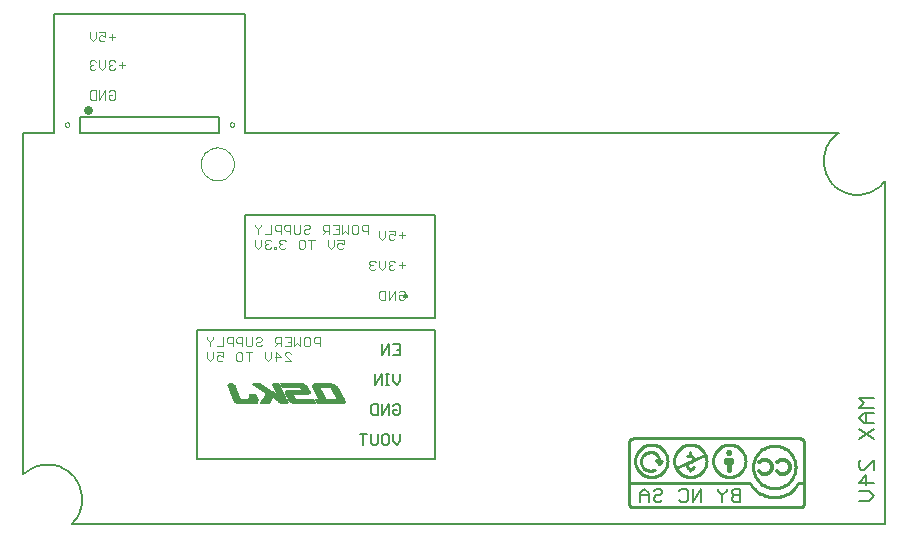
<source format=gbo>
G75*
G70*
%OFA0B0*%
%FSLAX24Y24*%
%IPPOS*%
%LPD*%
%AMOC8*
5,1,8,0,0,1.08239X$1,22.5*
%
%ADD10C,0.0000*%
%ADD11C,0.0080*%
%ADD12C,0.0040*%
%ADD13C,0.0300*%
%ADD14C,0.0070*%
%ADD15C,0.0050*%
%ADD16R,0.0756X0.0013*%
%ADD17R,0.0186X0.0013*%
%ADD18R,0.0265X0.0013*%
%ADD19R,0.0928X0.0013*%
%ADD20R,0.0795X0.0013*%
%ADD21R,0.0278X0.0013*%
%ADD22R,0.0305X0.0013*%
%ADD23R,0.0703X0.0013*%
%ADD24R,0.0954X0.0013*%
%ADD25R,0.0835X0.0013*%
%ADD26R,0.0742X0.0013*%
%ADD27R,0.0968X0.0013*%
%ADD28R,0.0848X0.0013*%
%ADD29R,0.0318X0.0013*%
%ADD30R,0.0782X0.0013*%
%ADD31R,0.0981X0.0013*%
%ADD32R,0.0862X0.0013*%
%ADD33R,0.0331X0.0013*%
%ADD34R,0.0848X0.0013*%
%ADD35R,0.0345X0.0013*%
%ADD36R,0.0809X0.0013*%
%ADD37R,0.0994X0.0013*%
%ADD38R,0.0345X0.0013*%
%ADD39R,0.0981X0.0013*%
%ADD40R,0.0862X0.0013*%
%ADD41R,0.0371X0.0013*%
%ADD42R,0.0318X0.0013*%
%ADD43R,0.0994X0.0013*%
%ADD44R,0.0875X0.0013*%
%ADD45R,0.0384X0.0013*%
%ADD46R,0.0398X0.0013*%
%ADD47R,0.0252X0.0013*%
%ADD48R,0.0292X0.0013*%
%ADD49R,0.0424X0.0013*%
%ADD50R,0.0292X0.0013*%
%ADD51R,0.0239X0.0013*%
%ADD52R,0.0265X0.0013*%
%ADD53R,0.0424X0.0013*%
%ADD54R,0.0252X0.0013*%
%ADD55R,0.0756X0.0013*%
%ADD56R,0.0742X0.0013*%
%ADD57R,0.0239X0.0013*%
%ADD58R,0.0729X0.0013*%
%ADD59R,0.0716X0.0013*%
%ADD60R,0.0689X0.0013*%
%ADD61R,0.0676X0.0013*%
%ADD62R,0.0650X0.0013*%
%ADD63R,0.0225X0.0013*%
%ADD64R,0.0623X0.0013*%
%ADD65R,0.0186X0.0013*%
%ADD66R,0.0822X0.0013*%
%ADD67R,0.0331X0.0013*%
%ADD68R,0.0278X0.0013*%
%ADD69R,0.0358X0.0013*%
%ADD70R,0.0769X0.0013*%
%ADD71R,0.0676X0.0013*%
%ADD72R,0.0199X0.0013*%
%ADD73R,0.0596X0.0013*%
%ADD74R,0.0212X0.0013*%
%ADD75R,0.0133X0.0013*%
%ADD76C,0.0100*%
%ADD77C,0.0120*%
D10*
X006434Y012503D02*
X006436Y012550D01*
X006442Y012596D01*
X006452Y012642D01*
X006465Y012686D01*
X006483Y012730D01*
X006504Y012771D01*
X006528Y012811D01*
X006556Y012849D01*
X006587Y012884D01*
X006621Y012916D01*
X006657Y012945D01*
X006696Y012971D01*
X006736Y012994D01*
X006779Y013013D01*
X006823Y013029D01*
X006868Y013041D01*
X006914Y013049D01*
X006961Y013053D01*
X007007Y013053D01*
X007054Y013049D01*
X007100Y013041D01*
X007145Y013029D01*
X007189Y013013D01*
X007232Y012994D01*
X007272Y012971D01*
X007311Y012945D01*
X007347Y012916D01*
X007381Y012884D01*
X007412Y012849D01*
X007440Y012811D01*
X007464Y012771D01*
X007485Y012730D01*
X007503Y012686D01*
X007516Y012642D01*
X007526Y012596D01*
X007532Y012550D01*
X007534Y012503D01*
X007532Y012456D01*
X007526Y012410D01*
X007516Y012364D01*
X007503Y012320D01*
X007485Y012276D01*
X007464Y012235D01*
X007440Y012195D01*
X007412Y012157D01*
X007381Y012122D01*
X007347Y012090D01*
X007311Y012061D01*
X007272Y012035D01*
X007232Y012012D01*
X007189Y011993D01*
X007145Y011977D01*
X007100Y011965D01*
X007054Y011957D01*
X007007Y011953D01*
X006961Y011953D01*
X006914Y011957D01*
X006868Y011965D01*
X006823Y011977D01*
X006779Y011993D01*
X006736Y012012D01*
X006696Y012035D01*
X006657Y012061D01*
X006621Y012090D01*
X006587Y012122D01*
X006556Y012157D01*
X006528Y012195D01*
X006504Y012235D01*
X006483Y012276D01*
X006465Y012320D01*
X006452Y012364D01*
X006442Y012410D01*
X006436Y012456D01*
X006434Y012503D01*
X007395Y013810D02*
X007397Y013827D01*
X007402Y013843D01*
X007411Y013857D01*
X007423Y013869D01*
X007437Y013878D01*
X007453Y013883D01*
X007470Y013885D01*
X007487Y013883D01*
X007503Y013878D01*
X007517Y013869D01*
X007529Y013857D01*
X007538Y013843D01*
X007543Y013827D01*
X007545Y013810D01*
X007543Y013793D01*
X007538Y013777D01*
X007529Y013763D01*
X007517Y013751D01*
X007503Y013742D01*
X007487Y013737D01*
X007470Y013735D01*
X007453Y013737D01*
X007437Y013742D01*
X007423Y013751D01*
X007411Y013763D01*
X007402Y013777D01*
X007397Y013793D01*
X007395Y013810D01*
X001905Y013810D02*
X001907Y013827D01*
X001912Y013843D01*
X001921Y013857D01*
X001933Y013869D01*
X001947Y013878D01*
X001963Y013883D01*
X001980Y013885D01*
X001997Y013883D01*
X002013Y013878D01*
X002027Y013869D01*
X002039Y013857D01*
X002048Y013843D01*
X002053Y013827D01*
X002055Y013810D01*
X002053Y013793D01*
X002048Y013777D01*
X002039Y013763D01*
X002027Y013751D01*
X002013Y013742D01*
X001997Y013737D01*
X001980Y013735D01*
X001963Y013737D01*
X001947Y013742D01*
X001933Y013751D01*
X001921Y013763D01*
X001912Y013777D01*
X001907Y013793D01*
X001905Y013810D01*
D11*
X000510Y002150D02*
X000559Y002196D01*
X000611Y002238D01*
X000666Y002278D01*
X000722Y002314D01*
X000781Y002348D01*
X000841Y002377D01*
X000903Y002403D01*
X000966Y002426D01*
X001031Y002444D01*
X001097Y002459D01*
X001163Y002470D01*
X001230Y002477D01*
X001297Y002481D01*
X001364Y002480D01*
X001431Y002476D01*
X001498Y002467D01*
X001564Y002455D01*
X001629Y002439D01*
X001694Y002419D01*
X001757Y002395D01*
X001818Y002368D01*
X001878Y002337D01*
X001936Y002303D01*
X001992Y002266D01*
X002045Y002225D01*
X002096Y002181D01*
X002145Y002135D01*
X002191Y002086D01*
X002233Y002034D01*
X002273Y001979D01*
X002309Y001923D01*
X002343Y001864D01*
X002372Y001804D01*
X002398Y001742D01*
X002421Y001679D01*
X002439Y001614D01*
X002454Y001548D01*
X002465Y001482D01*
X002472Y001415D01*
X002476Y001348D01*
X002475Y001281D01*
X002471Y001214D01*
X002462Y001147D01*
X002450Y001081D01*
X002434Y001016D01*
X002414Y000951D01*
X002390Y000888D01*
X002363Y000827D01*
X002332Y000767D01*
X002298Y000709D01*
X002261Y000653D01*
X002220Y000600D01*
X002176Y000549D01*
X002130Y000500D01*
X029230Y000500D01*
X029230Y011930D01*
X029189Y011877D01*
X029145Y011828D01*
X029098Y011780D01*
X029049Y011736D01*
X028997Y011695D01*
X028942Y011656D01*
X028886Y011621D01*
X028827Y011590D01*
X028767Y011562D01*
X028705Y011538D01*
X028642Y011517D01*
X028578Y011500D01*
X028512Y011487D01*
X028447Y011478D01*
X028380Y011472D01*
X028314Y011471D01*
X028247Y011474D01*
X028181Y011480D01*
X028116Y011490D01*
X028051Y011505D01*
X027987Y011523D01*
X027924Y011545D01*
X027862Y011570D01*
X027803Y011599D01*
X027745Y011632D01*
X027689Y011668D01*
X027635Y011707D01*
X027584Y011749D01*
X027535Y011794D01*
X027489Y011843D01*
X027446Y011893D01*
X027406Y011946D01*
X027369Y012002D01*
X027336Y012059D01*
X027306Y012119D01*
X027280Y012180D01*
X027257Y012242D01*
X027238Y012306D01*
X027223Y012371D01*
X027211Y012436D01*
X027204Y012502D01*
X027200Y012569D01*
X027201Y012635D01*
X027205Y012701D01*
X027213Y012767D01*
X027225Y012833D01*
X027241Y012897D01*
X027261Y012961D01*
X027285Y013023D01*
X027312Y013084D01*
X027342Y013143D01*
X027377Y013200D01*
X027414Y013255D01*
X027455Y013307D01*
X027498Y013358D01*
X027545Y013405D01*
X027594Y013450D01*
X027646Y013491D01*
X027700Y013530D01*
X007910Y013530D01*
X007910Y017500D01*
X001550Y017500D01*
X001550Y013530D01*
X000500Y013530D01*
X000500Y002150D01*
X000510Y002150D01*
X007900Y007350D02*
X007900Y010800D01*
X014250Y010800D01*
X014250Y007350D01*
X007900Y007350D01*
X007030Y013530D02*
X002410Y013530D01*
X002410Y014070D01*
X007030Y014070D01*
X007030Y013530D01*
X021080Y001520D02*
X021220Y001660D01*
X021360Y001520D01*
X021360Y001240D01*
X021540Y001310D02*
X021610Y001240D01*
X021750Y001240D01*
X021820Y001310D01*
X021750Y001450D02*
X021610Y001450D01*
X021540Y001380D01*
X021540Y001310D01*
X021360Y001450D02*
X021080Y001450D01*
X021080Y001520D02*
X021080Y001240D01*
X021540Y001590D02*
X021610Y001660D01*
X021750Y001660D01*
X021820Y001590D01*
X021820Y001520D01*
X021750Y001450D01*
X022380Y001310D02*
X022450Y001240D01*
X022590Y001240D01*
X022660Y001310D01*
X022660Y001590D01*
X022590Y001660D01*
X022450Y001660D01*
X022380Y001590D01*
X022840Y001660D02*
X022840Y001240D01*
X023120Y001660D01*
X023120Y001240D01*
X023680Y001590D02*
X023680Y001660D01*
X023680Y001590D02*
X023820Y001450D01*
X023820Y001240D01*
X023820Y001450D02*
X023960Y001590D01*
X023960Y001660D01*
X024140Y001590D02*
X024140Y001520D01*
X024210Y001450D01*
X024420Y001450D01*
X024210Y001450D02*
X024140Y001380D01*
X024140Y001310D01*
X024210Y001240D01*
X024420Y001240D01*
X024420Y001660D01*
X024210Y001660D01*
X024140Y001590D01*
D12*
X013230Y008022D02*
X013230Y008229D01*
X013178Y008280D01*
X013075Y008280D01*
X013023Y008229D01*
X013023Y008125D02*
X013127Y008125D01*
X013023Y008125D02*
X013023Y008022D01*
X013075Y007970D01*
X013178Y007970D01*
X013230Y008022D01*
X012908Y007970D02*
X012908Y008280D01*
X012701Y007970D01*
X012701Y008280D01*
X012585Y008280D02*
X012430Y008280D01*
X012379Y008229D01*
X012379Y008022D01*
X012430Y007970D01*
X012585Y007970D01*
X012585Y008280D01*
X012482Y008970D02*
X012379Y009073D01*
X012379Y009280D01*
X012263Y009229D02*
X012211Y009280D01*
X012108Y009280D01*
X012056Y009229D01*
X012056Y009177D01*
X012108Y009125D01*
X012056Y009073D01*
X012056Y009022D01*
X012108Y008970D01*
X012211Y008970D01*
X012263Y009022D01*
X012160Y009125D02*
X012108Y009125D01*
X012482Y008970D02*
X012585Y009073D01*
X012585Y009280D01*
X012701Y009229D02*
X012701Y009177D01*
X012753Y009125D01*
X012701Y009073D01*
X012701Y009022D01*
X012753Y008970D01*
X012856Y008970D01*
X012908Y009022D01*
X012804Y009125D02*
X012753Y009125D01*
X012701Y009229D02*
X012753Y009280D01*
X012856Y009280D01*
X012908Y009229D01*
X013023Y009125D02*
X013230Y009125D01*
X013127Y009022D02*
X013127Y009229D01*
X012856Y009970D02*
X012908Y010022D01*
X012856Y009970D02*
X012753Y009970D01*
X012701Y010022D01*
X012701Y010125D01*
X012753Y010177D01*
X012804Y010177D01*
X012908Y010125D01*
X012908Y010280D01*
X012701Y010280D01*
X012585Y010280D02*
X012585Y010073D01*
X012482Y009970D01*
X012379Y010073D01*
X012379Y010280D01*
X011997Y010273D02*
X011842Y010273D01*
X011790Y010325D01*
X011790Y010429D01*
X011842Y010480D01*
X011997Y010480D01*
X011997Y010170D01*
X011675Y010222D02*
X011623Y010170D01*
X011520Y010170D01*
X011468Y010222D01*
X011468Y010429D01*
X011520Y010480D01*
X011623Y010480D01*
X011675Y010429D01*
X011675Y010222D01*
X011353Y010170D02*
X011249Y010273D01*
X011146Y010170D01*
X011146Y010480D01*
X011030Y010480D02*
X011030Y010170D01*
X010824Y010170D01*
X010708Y010170D02*
X010708Y010480D01*
X010553Y010480D01*
X010501Y010429D01*
X010501Y010325D01*
X010553Y010273D01*
X010708Y010273D01*
X010605Y010273D02*
X010501Y010170D01*
X010662Y009980D02*
X010662Y009773D01*
X010766Y009670D01*
X010869Y009773D01*
X010869Y009980D01*
X010985Y009980D02*
X011192Y009980D01*
X011192Y009825D01*
X011088Y009877D01*
X011036Y009877D01*
X010985Y009825D01*
X010985Y009722D01*
X011036Y009670D01*
X011140Y009670D01*
X011192Y009722D01*
X011353Y010170D02*
X011353Y010480D01*
X011030Y010480D02*
X010824Y010480D01*
X010927Y010325D02*
X011030Y010325D01*
X010225Y009980D02*
X010018Y009980D01*
X010121Y009980D02*
X010121Y009670D01*
X009903Y009722D02*
X009851Y009670D01*
X009747Y009670D01*
X009696Y009722D01*
X009696Y009929D01*
X009747Y009980D01*
X009851Y009980D01*
X009903Y009929D01*
X009903Y009722D01*
X009909Y010170D02*
X010012Y010170D01*
X010064Y010222D01*
X010012Y010325D02*
X009909Y010325D01*
X009857Y010273D01*
X009857Y010222D01*
X009909Y010170D01*
X009741Y010222D02*
X009690Y010170D01*
X009586Y010170D01*
X009535Y010222D01*
X009535Y010480D01*
X009419Y010480D02*
X009264Y010480D01*
X009212Y010429D01*
X009212Y010325D01*
X009264Y010273D01*
X009419Y010273D01*
X009419Y010170D02*
X009419Y010480D01*
X009097Y010480D02*
X008942Y010480D01*
X008890Y010429D01*
X008890Y010325D01*
X008942Y010273D01*
X009097Y010273D01*
X009097Y010170D02*
X009097Y010480D01*
X008775Y010480D02*
X008775Y010170D01*
X008568Y010170D01*
X008619Y009980D02*
X008568Y009929D01*
X008568Y009877D01*
X008619Y009825D01*
X008568Y009773D01*
X008568Y009722D01*
X008619Y009670D01*
X008723Y009670D01*
X008775Y009722D01*
X008884Y009722D02*
X008884Y009670D01*
X008936Y009670D01*
X008936Y009722D01*
X008884Y009722D01*
X009051Y009722D02*
X009103Y009670D01*
X009206Y009670D01*
X009258Y009722D01*
X009155Y009825D02*
X009103Y009825D01*
X009051Y009773D01*
X009051Y009722D01*
X009103Y009825D02*
X009051Y009877D01*
X009051Y009929D01*
X009103Y009980D01*
X009206Y009980D01*
X009258Y009929D01*
X009741Y010222D02*
X009741Y010480D01*
X009857Y010429D02*
X009909Y010480D01*
X010012Y010480D01*
X010064Y010429D01*
X010064Y010377D01*
X010012Y010325D01*
X008775Y009929D02*
X008723Y009980D01*
X008619Y009980D01*
X008619Y009825D02*
X008671Y009825D01*
X008452Y009773D02*
X008349Y009670D01*
X008245Y009773D01*
X008245Y009980D01*
X008452Y009980D02*
X008452Y009773D01*
X008349Y010170D02*
X008349Y010325D01*
X008245Y010429D01*
X008245Y010480D01*
X008349Y010325D02*
X008452Y010429D01*
X008452Y010480D01*
X013023Y010125D02*
X013230Y010125D01*
X013127Y010022D02*
X013127Y010229D01*
X010397Y006730D02*
X010242Y006730D01*
X010190Y006679D01*
X010190Y006575D01*
X010242Y006523D01*
X010397Y006523D01*
X010397Y006420D02*
X010397Y006730D01*
X010075Y006679D02*
X010075Y006472D01*
X010023Y006420D01*
X009920Y006420D01*
X009868Y006472D01*
X009868Y006679D01*
X009920Y006730D01*
X010023Y006730D01*
X010075Y006679D01*
X009753Y006730D02*
X009753Y006420D01*
X009649Y006523D01*
X009546Y006420D01*
X009546Y006730D01*
X009430Y006730D02*
X009430Y006420D01*
X009224Y006420D01*
X009108Y006420D02*
X009108Y006730D01*
X008953Y006730D01*
X008901Y006679D01*
X008901Y006575D01*
X008953Y006523D01*
X009108Y006523D01*
X009005Y006523D02*
X008901Y006420D01*
X008953Y006230D02*
X009108Y006075D01*
X008901Y006075D01*
X008786Y006023D02*
X008683Y005920D01*
X008579Y006023D01*
X008579Y006230D01*
X008786Y006230D02*
X008786Y006023D01*
X008953Y005920D02*
X008953Y006230D01*
X009224Y006179D02*
X009275Y006230D01*
X009379Y006230D01*
X009430Y006179D01*
X009224Y006179D02*
X009224Y006127D01*
X009430Y005920D01*
X009224Y005920D01*
X008464Y006472D02*
X008412Y006420D01*
X008309Y006420D01*
X008257Y006472D01*
X008257Y006523D01*
X008309Y006575D01*
X008412Y006575D01*
X008464Y006627D01*
X008464Y006679D01*
X008412Y006730D01*
X008309Y006730D01*
X008257Y006679D01*
X008141Y006730D02*
X008141Y006472D01*
X008090Y006420D01*
X007986Y006420D01*
X007935Y006472D01*
X007935Y006730D01*
X007819Y006730D02*
X007664Y006730D01*
X007612Y006679D01*
X007612Y006575D01*
X007664Y006523D01*
X007819Y006523D01*
X007819Y006420D02*
X007819Y006730D01*
X007497Y006730D02*
X007342Y006730D01*
X007290Y006679D01*
X007290Y006575D01*
X007342Y006523D01*
X007497Y006523D01*
X007497Y006420D02*
X007497Y006730D01*
X007175Y006730D02*
X007175Y006420D01*
X006968Y006420D01*
X006968Y006230D02*
X007175Y006230D01*
X007175Y006075D01*
X007071Y006127D01*
X007019Y006127D01*
X006968Y006075D01*
X006968Y005972D01*
X007019Y005920D01*
X007123Y005920D01*
X007175Y005972D01*
X006852Y006023D02*
X006749Y005920D01*
X006645Y006023D01*
X006645Y006230D01*
X006852Y006230D02*
X006852Y006023D01*
X006749Y006420D02*
X006749Y006575D01*
X006645Y006679D01*
X006645Y006730D01*
X006749Y006575D02*
X006852Y006679D01*
X006852Y006730D01*
X007612Y006179D02*
X007664Y006230D01*
X007767Y006230D01*
X007819Y006179D01*
X007819Y005972D01*
X007767Y005920D01*
X007664Y005920D01*
X007612Y005972D01*
X007612Y006179D01*
X007935Y006230D02*
X008141Y006230D01*
X008038Y006230D02*
X008038Y005920D01*
X009327Y006575D02*
X009430Y006575D01*
X009430Y006730D02*
X009224Y006730D01*
X003525Y014640D02*
X003422Y014640D01*
X003370Y014692D01*
X003370Y014795D01*
X003473Y014795D01*
X003370Y014899D02*
X003422Y014950D01*
X003525Y014950D01*
X003577Y014899D01*
X003577Y014692D01*
X003525Y014640D01*
X003255Y014640D02*
X003255Y014950D01*
X003048Y014640D01*
X003048Y014950D01*
X002932Y014950D02*
X002777Y014950D01*
X002725Y014899D01*
X002725Y014692D01*
X002777Y014640D01*
X002932Y014640D01*
X002932Y014950D01*
X002881Y015640D02*
X002932Y015692D01*
X002881Y015640D02*
X002777Y015640D01*
X002725Y015692D01*
X002725Y015743D01*
X002777Y015795D01*
X002829Y015795D01*
X002777Y015795D02*
X002725Y015847D01*
X002725Y015899D01*
X002777Y015950D01*
X002881Y015950D01*
X002932Y015899D01*
X003048Y015950D02*
X003048Y015743D01*
X003151Y015640D01*
X003255Y015743D01*
X003255Y015950D01*
X003370Y015899D02*
X003370Y015847D01*
X003422Y015795D01*
X003370Y015743D01*
X003370Y015692D01*
X003422Y015640D01*
X003525Y015640D01*
X003577Y015692D01*
X003473Y015795D02*
X003422Y015795D01*
X003370Y015899D02*
X003422Y015950D01*
X003525Y015950D01*
X003577Y015899D01*
X003692Y015795D02*
X003899Y015795D01*
X003796Y015692D02*
X003796Y015899D01*
X003203Y016590D02*
X003255Y016642D01*
X003203Y016590D02*
X003099Y016590D01*
X003048Y016642D01*
X003048Y016745D01*
X003099Y016797D01*
X003151Y016797D01*
X003255Y016745D01*
X003255Y016900D01*
X003048Y016900D01*
X002932Y016900D02*
X002932Y016693D01*
X002829Y016590D01*
X002725Y016693D01*
X002725Y016900D01*
X003370Y016745D02*
X003577Y016745D01*
X003473Y016642D02*
X003473Y016849D01*
D13*
X002659Y014310D02*
X002659Y014311D01*
X002660Y014311D01*
X002661Y014311D01*
X002661Y014310D01*
X002661Y014309D01*
X002660Y014309D01*
X002659Y014309D01*
X002659Y014310D01*
D14*
X028375Y004700D02*
X028538Y004536D01*
X028375Y004373D01*
X028865Y004373D01*
X028865Y004184D02*
X028538Y004184D01*
X028375Y004021D01*
X028538Y003857D01*
X028865Y003857D01*
X028865Y003668D02*
X028375Y003342D01*
X028375Y003668D02*
X028865Y003342D01*
X028620Y003857D02*
X028620Y004184D01*
X028865Y004700D02*
X028375Y004700D01*
X028456Y002637D02*
X028375Y002555D01*
X028375Y002392D01*
X028456Y002310D01*
X028538Y002310D01*
X028865Y002637D01*
X028865Y002310D01*
X028620Y002122D02*
X028620Y001795D01*
X028702Y001606D02*
X028375Y001606D01*
X028375Y001876D02*
X028620Y002122D01*
X028865Y001876D02*
X028375Y001876D01*
X028702Y001606D02*
X028865Y001442D01*
X028702Y001279D01*
X028375Y001279D01*
D15*
X014250Y002650D02*
X014250Y006981D01*
X006297Y006981D01*
X006297Y002650D01*
X014250Y002650D01*
X013075Y003257D02*
X013075Y003491D01*
X012841Y003491D02*
X012841Y003257D01*
X012958Y003140D01*
X013075Y003257D01*
X012707Y003199D02*
X012648Y003140D01*
X012532Y003140D01*
X012473Y003199D01*
X012473Y003432D01*
X012532Y003491D01*
X012648Y003491D01*
X012707Y003432D01*
X012707Y003199D01*
X012338Y003199D02*
X012280Y003140D01*
X012163Y003140D01*
X012105Y003199D01*
X012105Y003491D01*
X011970Y003491D02*
X011737Y003491D01*
X011853Y003491D02*
X011853Y003140D01*
X012338Y003199D02*
X012338Y003491D01*
X012338Y004140D02*
X012163Y004140D01*
X012105Y004199D01*
X012105Y004432D01*
X012163Y004491D01*
X012338Y004491D01*
X012338Y004140D01*
X012473Y004140D02*
X012473Y004491D01*
X012707Y004491D02*
X012473Y004140D01*
X012707Y004140D02*
X012707Y004491D01*
X012841Y004432D02*
X012900Y004491D01*
X013017Y004491D01*
X013075Y004432D01*
X013075Y004199D01*
X013017Y004140D01*
X012900Y004140D01*
X012841Y004199D01*
X012841Y004316D01*
X012958Y004316D01*
X012958Y005140D02*
X012841Y005257D01*
X012841Y005491D01*
X012707Y005491D02*
X012590Y005491D01*
X012648Y005491D02*
X012648Y005140D01*
X012590Y005140D02*
X012707Y005140D01*
X012461Y005140D02*
X012461Y005491D01*
X012228Y005140D01*
X012228Y005491D01*
X012958Y005140D02*
X013075Y005257D01*
X013075Y005491D01*
X013075Y006140D02*
X012841Y006140D01*
X012707Y006140D02*
X012707Y006491D01*
X012473Y006140D01*
X012473Y006491D01*
X012841Y006491D02*
X013075Y006491D01*
X013075Y006140D01*
X013075Y006316D02*
X012958Y006316D01*
X013250Y008050D02*
X013250Y008100D01*
X013200Y008100D02*
X013202Y008113D01*
X013207Y008126D01*
X013216Y008137D01*
X013227Y008144D01*
X013240Y008149D01*
X013253Y008150D01*
X013267Y008147D01*
X013279Y008141D01*
X013289Y008132D01*
X013296Y008120D01*
X013300Y008107D01*
X013300Y008093D01*
X013296Y008080D01*
X013289Y008068D01*
X013279Y008059D01*
X013267Y008053D01*
X013253Y008050D01*
X013240Y008051D01*
X013227Y008056D01*
X013216Y008063D01*
X013207Y008074D01*
X013202Y008087D01*
X013200Y008100D01*
D16*
X010839Y004500D03*
D17*
X010156Y004500D03*
D18*
X008592Y004500D03*
D19*
X010779Y004513D03*
D20*
X010541Y005097D03*
X009666Y004924D03*
X009507Y005123D03*
X009494Y005136D03*
X009865Y004513D03*
X007943Y004553D03*
D21*
X009222Y004513D03*
X009460Y004672D03*
X010481Y004659D03*
D22*
X009209Y004527D03*
X008652Y004646D03*
X008639Y004619D03*
X008625Y004606D03*
X008612Y004580D03*
X008599Y004553D03*
X008599Y004540D03*
X008586Y004527D03*
X008586Y004513D03*
X008188Y004659D03*
X008320Y005123D03*
D23*
X007963Y004513D03*
D24*
X010779Y004527D03*
D25*
X010561Y005057D03*
X009845Y004527D03*
X009659Y004831D03*
X009659Y004845D03*
X009659Y004858D03*
X009659Y004871D03*
X009659Y004884D03*
X009540Y005097D03*
X007936Y004606D03*
X007936Y004593D03*
X007923Y004646D03*
D26*
X007956Y004527D03*
X009639Y004792D03*
X009679Y004937D03*
D27*
X010773Y004540D03*
D28*
X010581Y005017D03*
X009838Y004540D03*
X007929Y004619D03*
X007929Y004633D03*
D29*
X008605Y004566D03*
X008645Y004633D03*
X008672Y004672D03*
X009189Y004540D03*
D30*
X009646Y004805D03*
X007949Y004540D03*
D31*
X010766Y004553D03*
X010766Y004566D03*
D32*
X010574Y005030D03*
X009779Y004619D03*
X009765Y004646D03*
X009805Y004580D03*
X009818Y004553D03*
X009553Y005070D03*
D33*
X009182Y004553D03*
X008731Y004858D03*
X008692Y004884D03*
X008639Y004911D03*
X008599Y004937D03*
X008334Y005110D03*
D34*
X009547Y005083D03*
X009772Y004633D03*
X009812Y004566D03*
X010567Y005043D03*
D35*
X009175Y004566D03*
X008552Y004964D03*
X008460Y005030D03*
X008420Y005057D03*
D36*
X007936Y004580D03*
X007936Y004566D03*
X010547Y005083D03*
D37*
X010760Y004580D03*
D38*
X009162Y004580D03*
X008765Y004831D03*
X008539Y004977D03*
X008513Y004990D03*
X008393Y005070D03*
X008380Y005083D03*
D39*
X010740Y004633D03*
X010753Y004593D03*
D40*
X009792Y004593D03*
X009580Y005017D03*
X009580Y005030D03*
X009566Y005043D03*
X009566Y005057D03*
D41*
X009136Y004606D03*
X009149Y004593D03*
D42*
X008658Y004659D03*
X008619Y004593D03*
X008619Y004924D03*
D43*
X010733Y004646D03*
X010746Y004619D03*
X010746Y004606D03*
D44*
X009785Y004606D03*
D45*
X009129Y004619D03*
D46*
X009109Y004633D03*
X009096Y004646D03*
D47*
X009063Y004858D03*
X009063Y004871D03*
X009050Y004898D03*
X008983Y005017D03*
X008957Y005083D03*
X009421Y004739D03*
X009447Y004686D03*
X009911Y004964D03*
X010296Y004990D03*
X010296Y005004D03*
X010309Y004977D03*
X010335Y004924D03*
X010349Y004898D03*
X010375Y004858D03*
X010375Y004845D03*
X010388Y004831D03*
X010402Y004805D03*
X010428Y004765D03*
X010428Y004752D03*
X010441Y004739D03*
X010441Y004725D03*
X010468Y004686D03*
X010905Y004977D03*
X010972Y004871D03*
X010998Y004831D03*
X010998Y004818D03*
X011011Y004805D03*
X011011Y004792D03*
X011038Y004752D03*
X011038Y004739D03*
X011051Y004725D03*
X011091Y004659D03*
X008214Y004672D03*
X008188Y004712D03*
X008188Y004725D03*
X008175Y004739D03*
X008175Y004752D03*
X007605Y004712D03*
X007605Y004699D03*
X007591Y004739D03*
X007565Y004805D03*
X007565Y004818D03*
X007552Y004831D03*
X007552Y004845D03*
X007525Y004898D03*
X007525Y004911D03*
X007512Y004951D03*
X007499Y004990D03*
X007472Y005043D03*
X007472Y005057D03*
X007459Y005070D03*
X007459Y005083D03*
D48*
X009480Y004659D03*
D49*
X009083Y004659D03*
D50*
X008314Y005136D03*
X007638Y004659D03*
D51*
X007585Y004752D03*
X007571Y004792D03*
X007492Y005004D03*
X007452Y005097D03*
X007452Y005110D03*
X008937Y005123D03*
X010315Y004964D03*
X010329Y004937D03*
X010461Y004699D03*
X010938Y004924D03*
X010952Y004898D03*
X010978Y004858D03*
X010899Y004990D03*
X011071Y004699D03*
X011071Y004686D03*
X011084Y004672D03*
D52*
X010475Y004672D03*
X010408Y004792D03*
X010395Y004818D03*
X009918Y004951D03*
X009905Y004977D03*
X009891Y004990D03*
X009414Y004765D03*
X009414Y004752D03*
X009401Y004778D03*
X009427Y004725D03*
X009441Y004699D03*
X009056Y004884D03*
X009043Y004911D03*
X009030Y004924D03*
X009030Y004937D03*
X009016Y004951D03*
X009016Y004964D03*
X009003Y004977D03*
X008990Y005004D03*
X008977Y005030D03*
X008977Y005043D03*
X008963Y005057D03*
X008963Y005070D03*
X008950Y005097D03*
X008301Y005150D03*
D53*
X009069Y004672D03*
D54*
X009076Y004831D03*
X009076Y004845D03*
X008996Y004990D03*
X008943Y005110D03*
X009434Y004712D03*
X010322Y004951D03*
X010362Y004884D03*
X010362Y004871D03*
X010415Y004778D03*
X010455Y004712D03*
X010945Y004911D03*
X010985Y004845D03*
X011025Y004778D03*
X011025Y004765D03*
X010892Y005004D03*
X008201Y004699D03*
X008201Y004686D03*
X007618Y004686D03*
X007618Y004672D03*
X007578Y004765D03*
X007578Y004778D03*
X007538Y004858D03*
X007538Y004871D03*
X007538Y004884D03*
X007485Y005017D03*
X007485Y005030D03*
D55*
X008904Y004686D03*
D56*
X008897Y004699D03*
X010528Y005123D03*
D57*
X010912Y004964D03*
X010925Y004951D03*
X010925Y004937D03*
X010965Y004884D03*
X011058Y004712D03*
X010342Y004911D03*
X008168Y004778D03*
X008168Y004765D03*
X007598Y004725D03*
X007518Y004924D03*
X007518Y004937D03*
X007505Y004964D03*
X007505Y004977D03*
D58*
X008904Y004712D03*
D59*
X008897Y004725D03*
D60*
X008897Y004739D03*
D61*
X008904Y004752D03*
X008904Y004765D03*
D62*
X008904Y004778D03*
X008904Y004792D03*
D63*
X008930Y005136D03*
X008161Y004792D03*
X007446Y005123D03*
D64*
X008904Y004818D03*
X008904Y004805D03*
D65*
X008155Y004805D03*
D66*
X009520Y005110D03*
X009653Y004911D03*
X009653Y004898D03*
X009653Y004818D03*
X010554Y005070D03*
D67*
X008745Y004845D03*
X008705Y004871D03*
X008665Y004898D03*
X008572Y004951D03*
D68*
X009885Y005004D03*
D69*
X008493Y005004D03*
X008480Y005017D03*
X008440Y005043D03*
X008347Y005097D03*
D70*
X009480Y005150D03*
X010541Y005110D03*
D71*
X010521Y005136D03*
D72*
X007446Y005136D03*
D73*
X010521Y005150D03*
D74*
X008924Y005150D03*
D75*
X007452Y005150D03*
D76*
X020700Y003200D02*
X020700Y001200D01*
X020702Y001177D01*
X020707Y001154D01*
X020716Y001132D01*
X020729Y001112D01*
X020744Y001094D01*
X020762Y001079D01*
X020782Y001066D01*
X020804Y001057D01*
X020827Y001052D01*
X020850Y001050D01*
X026400Y001050D01*
X026423Y001052D01*
X026446Y001057D01*
X026468Y001066D01*
X026488Y001079D01*
X026506Y001094D01*
X026521Y001112D01*
X026534Y001132D01*
X026543Y001154D01*
X026548Y001177D01*
X026550Y001200D01*
X026550Y003200D01*
X026548Y003223D01*
X026543Y003246D01*
X026534Y003268D01*
X026521Y003288D01*
X026506Y003306D01*
X026488Y003321D01*
X026468Y003334D01*
X026446Y003343D01*
X026423Y003348D01*
X026400Y003350D01*
X020850Y003350D01*
X020827Y003348D01*
X020804Y003343D01*
X020782Y003334D01*
X020762Y003321D01*
X020744Y003306D01*
X020729Y003288D01*
X020716Y003268D01*
X020707Y003246D01*
X020702Y003223D01*
X020700Y003200D01*
X021730Y002610D02*
X021725Y002644D01*
X021716Y002678D01*
X021704Y002710D01*
X021688Y002741D01*
X021669Y002770D01*
X021646Y002797D01*
X021621Y002821D01*
X021593Y002842D01*
X021563Y002860D01*
X021532Y002874D01*
X021499Y002885D01*
X021465Y002892D01*
X021430Y002895D01*
X021395Y002894D01*
X021361Y002889D01*
X021327Y002881D01*
X021294Y002869D01*
X021263Y002853D01*
X021234Y002834D01*
X021207Y002812D01*
X021183Y002787D01*
X021162Y002760D01*
X021144Y002730D01*
X021129Y002698D01*
X021118Y002665D01*
X021111Y002631D01*
X021107Y002597D01*
X021108Y002562D01*
X021112Y002527D01*
X021120Y002493D01*
X021132Y002461D01*
X021147Y002430D01*
X021166Y002400D01*
X021188Y002373D01*
X021213Y002349D01*
X021240Y002327D01*
X021270Y002309D01*
X021301Y002294D01*
X021334Y002283D01*
X021368Y002275D01*
X021403Y002271D01*
X021437Y002272D01*
X021472Y002276D01*
X021506Y002283D01*
X021539Y002295D01*
X021570Y002310D01*
X021690Y002490D02*
X021810Y002610D01*
X021610Y002630D01*
X021690Y002490D01*
X020909Y002600D02*
X020911Y002646D01*
X020917Y002691D01*
X020926Y002736D01*
X020940Y002780D01*
X020957Y002823D01*
X020978Y002864D01*
X021002Y002903D01*
X021029Y002940D01*
X021059Y002974D01*
X021093Y003006D01*
X021128Y003035D01*
X021166Y003061D01*
X021206Y003083D01*
X021248Y003102D01*
X021292Y003117D01*
X021336Y003129D01*
X021381Y003137D01*
X021427Y003141D01*
X021473Y003141D01*
X021519Y003137D01*
X021564Y003129D01*
X021608Y003117D01*
X021652Y003102D01*
X021694Y003083D01*
X021734Y003061D01*
X021772Y003035D01*
X021807Y003006D01*
X021841Y002974D01*
X021871Y002940D01*
X021898Y002903D01*
X021922Y002864D01*
X021943Y002823D01*
X021960Y002780D01*
X021974Y002736D01*
X021983Y002691D01*
X021989Y002646D01*
X021991Y002600D01*
X021989Y002554D01*
X021983Y002509D01*
X021974Y002464D01*
X021960Y002420D01*
X021943Y002377D01*
X021922Y002336D01*
X021898Y002297D01*
X021871Y002260D01*
X021841Y002226D01*
X021807Y002194D01*
X021772Y002165D01*
X021734Y002139D01*
X021694Y002117D01*
X021652Y002098D01*
X021608Y002083D01*
X021564Y002071D01*
X021519Y002063D01*
X021473Y002059D01*
X021427Y002059D01*
X021381Y002063D01*
X021336Y002071D01*
X021292Y002083D01*
X021248Y002098D01*
X021206Y002117D01*
X021166Y002139D01*
X021128Y002165D01*
X021093Y002194D01*
X021059Y002226D01*
X021029Y002260D01*
X021002Y002297D01*
X020978Y002336D01*
X020957Y002377D01*
X020940Y002420D01*
X020926Y002464D01*
X020917Y002509D01*
X020911Y002554D01*
X020909Y002600D01*
X020700Y001850D02*
X024750Y001850D01*
X024060Y002250D02*
X023990Y002250D01*
X023990Y002520D01*
X023920Y002520D01*
X023920Y002680D01*
X024130Y002680D01*
X024130Y002520D01*
X024060Y002520D01*
X024060Y002250D01*
X024080Y002580D02*
X024010Y002580D01*
X024010Y002630D01*
X023509Y002600D02*
X023511Y002646D01*
X023517Y002691D01*
X023526Y002736D01*
X023540Y002780D01*
X023557Y002823D01*
X023578Y002864D01*
X023602Y002903D01*
X023629Y002940D01*
X023659Y002974D01*
X023693Y003006D01*
X023728Y003035D01*
X023766Y003061D01*
X023806Y003083D01*
X023848Y003102D01*
X023892Y003117D01*
X023936Y003129D01*
X023981Y003137D01*
X024027Y003141D01*
X024073Y003141D01*
X024119Y003137D01*
X024164Y003129D01*
X024208Y003117D01*
X024252Y003102D01*
X024294Y003083D01*
X024334Y003061D01*
X024372Y003035D01*
X024407Y003006D01*
X024441Y002974D01*
X024471Y002940D01*
X024498Y002903D01*
X024522Y002864D01*
X024543Y002823D01*
X024560Y002780D01*
X024574Y002736D01*
X024583Y002691D01*
X024589Y002646D01*
X024591Y002600D01*
X024589Y002554D01*
X024583Y002509D01*
X024574Y002464D01*
X024560Y002420D01*
X024543Y002377D01*
X024522Y002336D01*
X024498Y002297D01*
X024471Y002260D01*
X024441Y002226D01*
X024407Y002194D01*
X024372Y002165D01*
X024334Y002139D01*
X024294Y002117D01*
X024252Y002098D01*
X024208Y002083D01*
X024164Y002071D01*
X024119Y002063D01*
X024073Y002059D01*
X024027Y002059D01*
X023981Y002063D01*
X023936Y002071D01*
X023892Y002083D01*
X023848Y002098D01*
X023806Y002117D01*
X023766Y002139D01*
X023728Y002165D01*
X023693Y002194D01*
X023659Y002226D01*
X023629Y002260D01*
X023602Y002297D01*
X023578Y002336D01*
X023557Y002377D01*
X023540Y002420D01*
X023526Y002464D01*
X023517Y002509D01*
X023511Y002554D01*
X023509Y002600D01*
X023230Y002810D02*
X022270Y002370D01*
X022750Y002330D02*
X022750Y002250D01*
X022689Y002350D02*
X022673Y002362D01*
X022658Y002377D01*
X022647Y002394D01*
X022638Y002413D01*
X022633Y002433D01*
X022631Y002454D01*
X022633Y002475D01*
X022638Y002495D01*
X022647Y002514D01*
X022658Y002531D01*
X022673Y002546D01*
X022690Y002558D01*
X022708Y002567D01*
X022728Y002573D01*
X022749Y002576D01*
X022769Y002575D01*
X022790Y002570D01*
X022209Y002600D02*
X022211Y002646D01*
X022217Y002691D01*
X022226Y002736D01*
X022240Y002780D01*
X022257Y002823D01*
X022278Y002864D01*
X022302Y002903D01*
X022329Y002940D01*
X022359Y002974D01*
X022393Y003006D01*
X022428Y003035D01*
X022466Y003061D01*
X022506Y003083D01*
X022548Y003102D01*
X022592Y003117D01*
X022636Y003129D01*
X022681Y003137D01*
X022727Y003141D01*
X022773Y003141D01*
X022819Y003137D01*
X022864Y003129D01*
X022908Y003117D01*
X022952Y003102D01*
X022994Y003083D01*
X023034Y003061D01*
X023072Y003035D01*
X023107Y003006D01*
X023141Y002974D01*
X023171Y002940D01*
X023198Y002903D01*
X023222Y002864D01*
X023243Y002823D01*
X023260Y002780D01*
X023274Y002736D01*
X023283Y002691D01*
X023289Y002646D01*
X023291Y002600D01*
X023289Y002554D01*
X023283Y002509D01*
X023274Y002464D01*
X023260Y002420D01*
X023243Y002377D01*
X023222Y002336D01*
X023198Y002297D01*
X023171Y002260D01*
X023141Y002226D01*
X023107Y002194D01*
X023072Y002165D01*
X023034Y002139D01*
X022994Y002117D01*
X022952Y002098D01*
X022908Y002083D01*
X022864Y002071D01*
X022819Y002063D01*
X022773Y002059D01*
X022727Y002059D01*
X022681Y002063D01*
X022636Y002071D01*
X022592Y002083D01*
X022548Y002098D01*
X022506Y002117D01*
X022466Y002139D01*
X022428Y002165D01*
X022393Y002194D01*
X022359Y002226D01*
X022329Y002260D01*
X022302Y002297D01*
X022278Y002336D01*
X022257Y002377D01*
X022240Y002420D01*
X022226Y002464D01*
X022217Y002509D01*
X022211Y002554D01*
X022209Y002600D01*
X022650Y002750D02*
X022666Y002763D01*
X022684Y002774D01*
X022703Y002781D01*
X022724Y002785D01*
X022744Y002784D01*
X022765Y002781D01*
X022784Y002773D01*
X022802Y002762D01*
X022817Y002748D01*
X022830Y002732D01*
X022839Y002714D01*
X022845Y002694D01*
X022848Y002673D01*
X022847Y002653D01*
X022842Y002633D01*
X022833Y002614D01*
X022822Y002597D01*
X022807Y002582D01*
X022790Y002570D01*
X022870Y002390D02*
X022855Y002373D01*
X022838Y002358D01*
X022819Y002347D01*
X022798Y002338D01*
X022776Y002333D01*
X022754Y002332D01*
X022732Y002335D01*
X022710Y002341D01*
X022690Y002350D01*
X022750Y002810D02*
X022750Y002890D01*
X023980Y002880D02*
X023982Y002893D01*
X023987Y002906D01*
X023996Y002917D01*
X024007Y002924D01*
X024020Y002929D01*
X024033Y002930D01*
X024047Y002927D01*
X024059Y002921D01*
X024069Y002912D01*
X024076Y002900D01*
X024080Y002887D01*
X024080Y002873D01*
X024076Y002860D01*
X024069Y002848D01*
X024059Y002839D01*
X024047Y002833D01*
X024033Y002830D01*
X024020Y002831D01*
X024007Y002836D01*
X023996Y002843D01*
X023987Y002854D01*
X023982Y002867D01*
X023980Y002880D01*
X024080Y002650D02*
X024080Y002580D01*
X024090Y002650D02*
X024080Y002650D01*
X024843Y002400D02*
X024845Y002453D01*
X024851Y002505D01*
X024861Y002557D01*
X024874Y002608D01*
X024892Y002658D01*
X024913Y002707D01*
X024938Y002754D01*
X024966Y002798D01*
X024997Y002841D01*
X025032Y002881D01*
X025069Y002918D01*
X025109Y002953D01*
X025152Y002984D01*
X025197Y003012D01*
X025243Y003037D01*
X025292Y003058D01*
X025342Y003076D01*
X025393Y003089D01*
X025445Y003099D01*
X025497Y003105D01*
X025550Y003107D01*
X025603Y003105D01*
X025655Y003099D01*
X025707Y003089D01*
X025758Y003076D01*
X025808Y003058D01*
X025857Y003037D01*
X025904Y003012D01*
X025948Y002984D01*
X025991Y002953D01*
X026031Y002918D01*
X026068Y002881D01*
X026103Y002841D01*
X026134Y002798D01*
X026162Y002753D01*
X026187Y002707D01*
X026208Y002658D01*
X026226Y002608D01*
X026239Y002557D01*
X026249Y002505D01*
X026255Y002453D01*
X026257Y002400D01*
X026255Y002347D01*
X026249Y002295D01*
X026239Y002243D01*
X026226Y002192D01*
X026208Y002142D01*
X026187Y002093D01*
X026162Y002046D01*
X026134Y002002D01*
X026103Y001959D01*
X026068Y001919D01*
X026031Y001882D01*
X025991Y001847D01*
X025948Y001816D01*
X025903Y001788D01*
X025857Y001763D01*
X025808Y001742D01*
X025758Y001724D01*
X025707Y001711D01*
X025655Y001701D01*
X025603Y001695D01*
X025550Y001693D01*
X025497Y001695D01*
X025445Y001701D01*
X025393Y001711D01*
X025342Y001724D01*
X025292Y001742D01*
X025243Y001763D01*
X025196Y001788D01*
X025152Y001816D01*
X025109Y001847D01*
X025069Y001882D01*
X025032Y001919D01*
X024997Y001959D01*
X024966Y002002D01*
X024938Y002047D01*
X024913Y002093D01*
X024892Y002142D01*
X024874Y002192D01*
X024861Y002243D01*
X024851Y002295D01*
X024845Y002347D01*
X024843Y002400D01*
X024750Y001850D02*
X024782Y001799D01*
X024817Y001750D01*
X024855Y001703D01*
X024897Y001659D01*
X024941Y001617D01*
X024988Y001579D01*
X025037Y001544D01*
X025088Y001512D01*
X025141Y001483D01*
X025196Y001458D01*
X025253Y001437D01*
X025311Y001419D01*
X025370Y001406D01*
X025429Y001396D01*
X025490Y001390D01*
X025550Y001388D01*
X025610Y001390D01*
X025671Y001396D01*
X025730Y001406D01*
X025789Y001419D01*
X025847Y001437D01*
X025904Y001458D01*
X025959Y001483D01*
X026012Y001512D01*
X026063Y001544D01*
X026112Y001579D01*
X026159Y001617D01*
X026203Y001659D01*
X026245Y001703D01*
X026283Y001750D01*
X026318Y001799D01*
X026350Y001850D01*
X026550Y001850D01*
D77*
X025650Y002250D02*
X025670Y002228D01*
X025693Y002209D01*
X025718Y002193D01*
X025745Y002180D01*
X025773Y002171D01*
X025803Y002165D01*
X025832Y002163D01*
X025862Y002165D01*
X025891Y002170D01*
X025920Y002179D01*
X025947Y002192D01*
X025972Y002208D01*
X025995Y002227D01*
X026015Y002249D01*
X026033Y002273D01*
X026047Y002299D01*
X026058Y002327D01*
X026066Y002356D01*
X026070Y002385D01*
X026070Y002415D01*
X026066Y002444D01*
X026058Y002473D01*
X026047Y002501D01*
X026033Y002527D01*
X026015Y002551D01*
X025995Y002573D01*
X025972Y002592D01*
X025947Y002608D01*
X025920Y002621D01*
X025891Y002630D01*
X025862Y002635D01*
X025832Y002637D01*
X025803Y002635D01*
X025773Y002629D01*
X025745Y002620D01*
X025718Y002607D01*
X025693Y002591D01*
X025670Y002572D01*
X025650Y002550D01*
X025050Y002550D02*
X025070Y002572D01*
X025093Y002591D01*
X025118Y002607D01*
X025145Y002620D01*
X025173Y002629D01*
X025203Y002635D01*
X025232Y002637D01*
X025262Y002635D01*
X025291Y002630D01*
X025320Y002621D01*
X025347Y002608D01*
X025372Y002592D01*
X025395Y002573D01*
X025415Y002551D01*
X025433Y002527D01*
X025447Y002501D01*
X025458Y002473D01*
X025466Y002444D01*
X025470Y002415D01*
X025470Y002385D01*
X025466Y002356D01*
X025458Y002327D01*
X025447Y002299D01*
X025433Y002273D01*
X025415Y002249D01*
X025395Y002227D01*
X025372Y002208D01*
X025347Y002192D01*
X025320Y002179D01*
X025291Y002170D01*
X025262Y002165D01*
X025232Y002163D01*
X025203Y002165D01*
X025173Y002171D01*
X025145Y002180D01*
X025118Y002193D01*
X025093Y002209D01*
X025070Y002228D01*
X025050Y002250D01*
M02*

</source>
